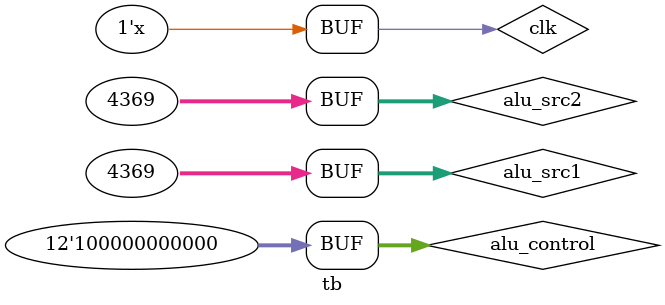
<source format=v>
`timescale 1ns / 1ps


module tb;

    // Inputs
    reg clk;
    reg [11:0] alu_control;
    reg [31:0] alu_src1;
    reg [31:0] alu_src2;

    // Outputs
    wire [31:0] alu_result;

    // Instantiate the Unit Under Test (UUT)
alu al(
   .alu_control(alu_control), 
     .alu_src1(alu_src1), 
     .alu_src2(alu_src2),
     .alu_result(alu_result) 
    );

    initial begin
        // Initialize Inputs
        clk = 0;
        alu_control = 0;
        alu_src1 = 32'H00001111;
		alu_src2 = 32'H00001111;

        // Wait 100 ns for global reset to finish
        #100;
        alu_control = 12'b0000_0000_0001;
        #400;
        alu_control = 12'b0000_0000_0010;
        #500;
        alu_control = 12'b0000_0000_0100;
        #400;
        alu_control = 12'b0000_0000_1000;
        #500;
        alu_control = 12'b0000_0001_0000;
        #400;
        alu_control = 12'b0000_0010_0000;
        #500;
        alu_control = 12'b0000_0100_0000;
        #400;
        alu_control = 12'b0000_1000_0000;
		#400;
        alu_control = 12'b0001_0000_0000;
		#400;
        alu_control = 12'b0010_0000_0000;
		#400;
        alu_control = 12'b0100_0000_0000;
		#400;
        alu_control = 12'b1000_0000_0000;
        // Add stimulus here
    end
   always #5 clk = ~clk;
endmodule


</source>
